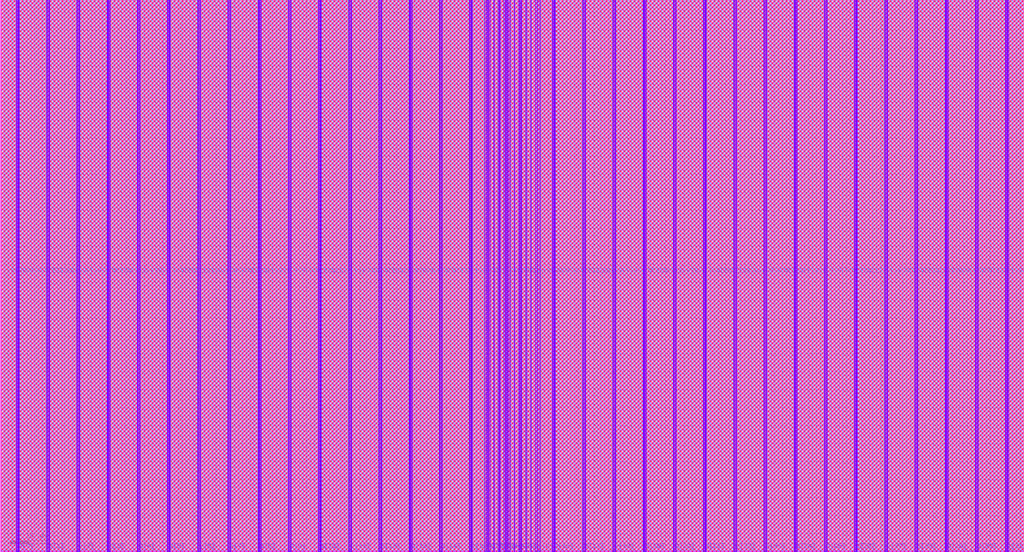
<source format=lef>
/*
     Copyright (c) 2023 SMIC             
     Filename:      S55NLLGSPH_X512Y16D32.lef
     IP code:       S55NLLGSPH
     Version:       1.1.a
     CreateDate:    2023-2-15        
                    
    LEF for General Single-PORT SRAM
    SMIC 55nm LL Logic Process

    Configuration: -instname S55NLLGSPH_X512Y16D32 -rows 512 -bits 32 -mux 16 
    Redundancy: Off
    Bit-Write: Off
*/

# DISCLAIMER                                                                      
#                                                                                   
#   SMIC hereby provides the quality information to you but makes no claims,      
# promises or guarantees about the accuracy, completeness, or adequacy of the     
# information herein. The information contained herein is provided on an "AS IS"  
# basis without any warranty, and SMIC assumes no obligation to provide support   
# of any kind or otherwise maintain the information.                                
#   SMIC disclaims any representation that the information does not infringe any  
# intellectual property rights or proprietary rights of any third parties. SMIC   
# makes no other warranty, whether express, implied or statutory as to any        
# matter whatsoever, including but not limited to the accuracy or sufficiency of  
# any information or the merchantability and fitness for a particular purpose.    
# Neither SMIC nor any of its representatives shall be liable for any cause of    
# action incurred to connect to this service.                                       
#                                                                                 
# STATEMENT OF USE AND CONFIDENTIALITY                                              
#                                                                                   
#   The following/attached material contains confidential and proprietary           
# information of SMIC. This material is based upon information which SMIC           
# considers reliable, but SMIC neither represents nor warrants that such          
# information is accurate or complete, and it must not be relied upon as such.    
# This information was prepared for informational purposes and is for the use     
# by SMIC's customer only. SMIC reserves the right to make changes in the           
# information at any time without notice.                                           
#   No part of this information may be reproduced, transmitted, transcribed,        
# stored in a retrieval system, or translated into any human or computer           
# language, in any form or by any means, electronic, mechanical, magnetic,          
# optical, chemical, manual, or otherwise, without the prior written consent of   
# SMIC. Any unauthorized use or disclosure of this material is strictly             
# prohibited and may be unlawful. By accepting this material, the receiving         
# party shall be deemed to have acknowledged, accepted, and agreed to be bound    
# by the foregoing limitations and restrictions. Thank you.                         
#                                                                                   

VERSION 5.4 ;
NAMESCASESENSITIVE ON ;
BUSBITCHARS "[]" ;
DIVIDERCHAR "/" ;

MACRO S55NLLGSPH_X512Y16D32
 CLASS BLOCK ;
 ORIGIN 0 0 ;
 SYMMETRY X Y R90 ;
 SIZE 569.26 BY 307.045 ;

 PIN A[11]
 DIRECTION INPUT ;
 USE SIGNAL ;
 PORT
 LAYER M3 ;
 RECT 270.025 0 270.225 0.48 ;
 END
 PORT
 LAYER M2 ;
 RECT 270.025 0 270.225 0.48 ;
 END
 PORT
 LAYER M1 ;
 RECT 270.025 0 270.225 0.48 ;
 END
 ANTENNAGATEAREA 0.025 ;
 ANTENNADIFFAREA 0.060 ; 
 END A[11]

 PIN A[12]
 DIRECTION INPUT ;
 USE SIGNAL ;
 PORT
 LAYER M3 ;
 RECT 270.425 0 270.625 0.48 ;
 END
 PORT
 LAYER M2 ;
 RECT 270.425 0 270.625 0.48 ;
 END
 PORT
 LAYER M1 ;
 RECT 270.425 0 270.625 0.48 ;
 END
 ANTENNAGATEAREA 0.025 ;
 ANTENNADIFFAREA 0.060 ; 
 END A[12]

 PIN A[9]
 DIRECTION INPUT ;
 USE SIGNAL ;
 PORT
 LAYER M3 ;
 RECT 270.825 0 271.025 0.48 ;
 END
 PORT
 LAYER M2 ;
 RECT 270.825 0 271.025 0.48 ;
 END
 PORT
 LAYER M1 ;
 RECT 270.825 0 271.025 0.48 ;
 END
 ANTENNAGATEAREA 0.025 ;
 ANTENNADIFFAREA 0.060 ; 
 END A[9]

 PIN A[10]
 DIRECTION INPUT ;
 USE SIGNAL ;
 PORT
 LAYER M3 ;
 RECT 271.225 0 271.425 0.48 ;
 END
 PORT
 LAYER M2 ;
 RECT 271.225 0 271.425 0.48 ;
 END
 PORT
 LAYER M1 ;
 RECT 271.225 0 271.425 0.48 ;
 END
 ANTENNAGATEAREA 0.025 ;
 ANTENNADIFFAREA 0.060 ; 
 END A[10]

 PIN A[3]
 DIRECTION INPUT ;
 USE SIGNAL ;
 PORT
 LAYER M3 ;
 RECT 276.905 0 277.105 0.48 ;
 END
 PORT
 LAYER M2 ;
 RECT 276.905 0 277.105 0.48 ;
 END
 PORT
 LAYER M1 ;
 RECT 276.905 0 277.105 0.48 ;
 END
 ANTENNAGATEAREA 0.025 ;
 ANTENNADIFFAREA 0.060 ; 
 END A[3]

 PIN A[7]
 DIRECTION INPUT ;
 USE SIGNAL ;
 PORT
 LAYER M3 ;
 RECT 277.305 0 277.505 0.48 ;
 END
 PORT
 LAYER M2 ;
 RECT 277.305 0 277.505 0.48 ;
 END
 PORT
 LAYER M1 ;
 RECT 277.305 0 277.505 0.48 ;
 END
 ANTENNAGATEAREA 0.025 ;
 ANTENNADIFFAREA 0.060 ; 
 END A[7]

 PIN A[8]
 DIRECTION INPUT ;
 USE SIGNAL ;
 PORT
 LAYER M3 ;
 RECT 280.205 0 280.405 0.48 ;
 END
 PORT
 LAYER M2 ;
 RECT 280.205 0 280.405 0.48 ;
 END
 PORT
 LAYER M1 ;
 RECT 280.205 0 280.405 0.48 ;
 END
 ANTENNAGATEAREA 0.025 ;
 ANTENNADIFFAREA 0.060 ; 
 END A[8]

 PIN A[4]
 DIRECTION INPUT ;
 USE SIGNAL ;
 PORT
 LAYER M3 ;
 RECT 280.655 0 280.855 0.48 ;
 END
 PORT
 LAYER M2 ;
 RECT 280.655 0 280.855 0.48 ;
 END
 PORT
 LAYER M1 ;
 RECT 280.655 0 280.855 0.48 ;
 END
 ANTENNAGATEAREA 0.025 ;
 ANTENNADIFFAREA 0.060 ; 
 END A[4]

 PIN A[6]
 DIRECTION INPUT ;
 USE SIGNAL ;
 PORT
 LAYER M3 ;
 RECT 281.105 0 281.305 0.48 ;
 END
 PORT
 LAYER M2 ;
 RECT 281.105 0 281.305 0.48 ;
 END
 PORT
 LAYER M1 ;
 RECT 281.105 0 281.305 0.48 ;
 END
 ANTENNAGATEAREA 0.025 ;
 ANTENNADIFFAREA 0.060 ; 
 END A[6]

 PIN CEN
 DIRECTION INPUT ;
 USE SIGNAL ;
 PORT
 LAYER M3 ;
 RECT 281.555 0 281.755 0.48 ;
 END
 PORT
 LAYER M2 ;
 RECT 281.555 0 281.755 0.48 ;
 END
 PORT
 LAYER M1 ;
 RECT 281.555 0 281.755 0.48 ;
 END
 ANTENNAGATEAREA 0.025 ;
 ANTENNADIFFAREA 0.060 ; 
 END CEN

 PIN CLK
 DIRECTION INPUT ;
 USE SIGNAL ;
 PORT
 LAYER M3 ;
 RECT 282.01 0 282.21 0.48 ;
 END
 PORT
 LAYER M2 ;
 RECT 282.01 0 282.21 0.48 ;
 END
 PORT
 LAYER M1 ;
 RECT 282.01 0 282.21 0.48 ;
 END
 ANTENNAGATEAREA 0.025 ;
 ANTENNADIFFAREA 0.060 ; 
 END CLK

 PIN A[5]
 DIRECTION INPUT ;
 USE SIGNAL ;
 PORT
 LAYER M3 ;
 RECT 288.395 0 288.595 0.48 ;
 END
 PORT
 LAYER M2 ;
 RECT 288.395 0 288.595 0.48 ;
 END
 PORT
 LAYER M1 ;
 RECT 288.395 0 288.595 0.48 ;
 END
 ANTENNAGATEAREA 0.025 ;
 ANTENNADIFFAREA 0.060 ; 
 END A[5]

 PIN A[0]
 DIRECTION INPUT ;
 USE SIGNAL ;
 PORT
 LAYER M3 ;
 RECT 288.795 0 288.995 0.48 ;
 END
 PORT
 LAYER M2 ;
 RECT 288.795 0 288.995 0.48 ;
 END
 PORT
 LAYER M1 ;
 RECT 288.795 0 288.995 0.48 ;
 END
 ANTENNAGATEAREA 0.025 ;
 ANTENNADIFFAREA 0.060 ; 
 END A[0]

 PIN A[1]
 DIRECTION INPUT ;
 USE SIGNAL ;
 PORT
 LAYER M3 ;
 RECT 289.195 0 289.395 0.48 ;
 END
 PORT
 LAYER M2 ;
 RECT 289.195 0 289.395 0.48 ;
 END
 PORT
 LAYER M1 ;
 RECT 289.195 0 289.395 0.48 ;
 END
 ANTENNAGATEAREA 0.025 ;
 ANTENNADIFFAREA 0.060 ; 
 END A[1]

 PIN WEN
 DIRECTION INPUT ;
 USE SIGNAL ;
 PORT
 LAYER M3 ;
 RECT 292.18 0 292.38 0.48 ;
 END
 PORT
 LAYER M2 ;
 RECT 292.18 0 292.38 0.48 ;
 END
 PORT
 LAYER M1 ;
 RECT 292.18 0 292.38 0.48 ;
 END
 ANTENNAGATEAREA 0.025 ;
 ANTENNADIFFAREA 0.060 ; 
 END WEN

 PIN A[2]
 DIRECTION INPUT ;
 USE SIGNAL ;
 PORT
 LAYER M3 ;
 RECT 298.195 0 298.395 0.48 ;
 END
 PORT
 LAYER M2 ;
 RECT 298.195 0 298.395 0.48 ;
 END
 PORT
 LAYER M1 ;
 RECT 298.195 0 298.395 0.48 ;
 END
 ANTENNAGATEAREA 0.025 ;
 ANTENNADIFFAREA 0.060 ; 
 END A[2]

 PIN Q[0]
 DIRECTION OUTPUT ;
 USE SIGNAL ;
 PORT
 LAYER M3 ;
 RECT 9.155 0 9.355 0.48 ;
 END
 PORT
 LAYER M2 ;
 RECT 9.155 0 9.355 0.48 ;
 END
 PORT
 LAYER M1 ;
 RECT 9.155 0 9.355 0.48 ;
 END
 ANTENNAGATEAREA 0.025 ;
 ANTENNADIFFAREA 0.060 ; 
 END Q[0]

 PIN D[0]
 DIRECTION INPUT ;
 USE SIGNAL ;
 PORT
 LAYER M3 ;
 RECT 9.755 0 9.955 0.48 ;
 END
 PORT
 LAYER M2 ;
 RECT 9.755 0 9.955 0.48 ;
 END
 PORT
 LAYER M1 ;
 RECT 9.755 0 9.955 0.48 ;
 END
 ANTENNAGATEAREA 0.025 ;
 ANTENNADIFFAREA 0.060 ; 
 END D[0]

 PIN D[1]
 DIRECTION INPUT ;
 USE SIGNAL ;
 PORT
 LAYER M3 ;
 RECT 25.955 0 26.155 0.48 ;
 END
 PORT
 LAYER M2 ;
 RECT 25.955 0 26.155 0.48 ;
 END
 PORT
 LAYER M1 ;
 RECT 25.955 0 26.155 0.48 ;
 END
 ANTENNAGATEAREA 0.025 ;
 ANTENNADIFFAREA 0.060 ; 
 END D[1]

 PIN Q[1]
 DIRECTION OUTPUT ;
 USE SIGNAL ;
 PORT
 LAYER M3 ;
 RECT 26.555 0 26.755 0.48 ;
 END
 PORT
 LAYER M2 ;
 RECT 26.555 0 26.755 0.48 ;
 END
 PORT
 LAYER M1 ;
 RECT 26.555 0 26.755 0.48 ;
 END
 ANTENNAGATEAREA 0.025 ;
 ANTENNADIFFAREA 0.060 ; 
 END Q[1]

 PIN Q[2]
 DIRECTION OUTPUT ;
 USE SIGNAL ;
 PORT
 LAYER M3 ;
 RECT 42.755 0 42.955 0.48 ;
 END
 PORT
 LAYER M2 ;
 RECT 42.755 0 42.955 0.48 ;
 END
 PORT
 LAYER M1 ;
 RECT 42.755 0 42.955 0.48 ;
 END
 ANTENNAGATEAREA 0.025 ;
 ANTENNADIFFAREA 0.060 ; 
 END Q[2]

 PIN D[2]
 DIRECTION INPUT ;
 USE SIGNAL ;
 PORT
 LAYER M3 ;
 RECT 43.355 0 43.555 0.48 ;
 END
 PORT
 LAYER M2 ;
 RECT 43.355 0 43.555 0.48 ;
 END
 PORT
 LAYER M1 ;
 RECT 43.355 0 43.555 0.48 ;
 END
 ANTENNAGATEAREA 0.025 ;
 ANTENNADIFFAREA 0.060 ; 
 END D[2]

 PIN D[3]
 DIRECTION INPUT ;
 USE SIGNAL ;
 PORT
 LAYER M3 ;
 RECT 59.555 0 59.755 0.48 ;
 END
 PORT
 LAYER M2 ;
 RECT 59.555 0 59.755 0.48 ;
 END
 PORT
 LAYER M1 ;
 RECT 59.555 0 59.755 0.48 ;
 END
 ANTENNAGATEAREA 0.025 ;
 ANTENNADIFFAREA 0.060 ; 
 END D[3]

 PIN Q[3]
 DIRECTION OUTPUT ;
 USE SIGNAL ;
 PORT
 LAYER M3 ;
 RECT 60.155 0 60.355 0.48 ;
 END
 PORT
 LAYER M2 ;
 RECT 60.155 0 60.355 0.48 ;
 END
 PORT
 LAYER M1 ;
 RECT 60.155 0 60.355 0.48 ;
 END
 ANTENNAGATEAREA 0.025 ;
 ANTENNADIFFAREA 0.060 ; 
 END Q[3]

 PIN Q[4]
 DIRECTION OUTPUT ;
 USE SIGNAL ;
 PORT
 LAYER M3 ;
 RECT 76.355 0 76.555 0.48 ;
 END
 PORT
 LAYER M2 ;
 RECT 76.355 0 76.555 0.48 ;
 END
 PORT
 LAYER M1 ;
 RECT 76.355 0 76.555 0.48 ;
 END
 ANTENNAGATEAREA 0.025 ;
 ANTENNADIFFAREA 0.060 ; 
 END Q[4]

 PIN D[4]
 DIRECTION INPUT ;
 USE SIGNAL ;
 PORT
 LAYER M3 ;
 RECT 76.955 0 77.155 0.48 ;
 END
 PORT
 LAYER M2 ;
 RECT 76.955 0 77.155 0.48 ;
 END
 PORT
 LAYER M1 ;
 RECT 76.955 0 77.155 0.48 ;
 END
 ANTENNAGATEAREA 0.025 ;
 ANTENNADIFFAREA 0.060 ; 
 END D[4]

 PIN D[5]
 DIRECTION INPUT ;
 USE SIGNAL ;
 PORT
 LAYER M3 ;
 RECT 93.155 0 93.355 0.48 ;
 END
 PORT
 LAYER M2 ;
 RECT 93.155 0 93.355 0.48 ;
 END
 PORT
 LAYER M1 ;
 RECT 93.155 0 93.355 0.48 ;
 END
 ANTENNAGATEAREA 0.025 ;
 ANTENNADIFFAREA 0.060 ; 
 END D[5]

 PIN Q[5]
 DIRECTION OUTPUT ;
 USE SIGNAL ;
 PORT
 LAYER M3 ;
 RECT 93.755 0 93.955 0.48 ;
 END
 PORT
 LAYER M2 ;
 RECT 93.755 0 93.955 0.48 ;
 END
 PORT
 LAYER M1 ;
 RECT 93.755 0 93.955 0.48 ;
 END
 ANTENNAGATEAREA 0.025 ;
 ANTENNADIFFAREA 0.060 ; 
 END Q[5]

 PIN Q[6]
 DIRECTION OUTPUT ;
 USE SIGNAL ;
 PORT
 LAYER M3 ;
 RECT 109.955 0 110.155 0.48 ;
 END
 PORT
 LAYER M2 ;
 RECT 109.955 0 110.155 0.48 ;
 END
 PORT
 LAYER M1 ;
 RECT 109.955 0 110.155 0.48 ;
 END
 ANTENNAGATEAREA 0.025 ;
 ANTENNADIFFAREA 0.060 ; 
 END Q[6]

 PIN D[6]
 DIRECTION INPUT ;
 USE SIGNAL ;
 PORT
 LAYER M3 ;
 RECT 110.555 0 110.755 0.48 ;
 END
 PORT
 LAYER M2 ;
 RECT 110.555 0 110.755 0.48 ;
 END
 PORT
 LAYER M1 ;
 RECT 110.555 0 110.755 0.48 ;
 END
 ANTENNAGATEAREA 0.025 ;
 ANTENNADIFFAREA 0.060 ; 
 END D[6]

 PIN D[7]
 DIRECTION INPUT ;
 USE SIGNAL ;
 PORT
 LAYER M3 ;
 RECT 126.755 0 126.955 0.48 ;
 END
 PORT
 LAYER M2 ;
 RECT 126.755 0 126.955 0.48 ;
 END
 PORT
 LAYER M1 ;
 RECT 126.755 0 126.955 0.48 ;
 END
 ANTENNAGATEAREA 0.025 ;
 ANTENNADIFFAREA 0.060 ; 
 END D[7]

 PIN Q[7]
 DIRECTION OUTPUT ;
 USE SIGNAL ;
 PORT
 LAYER M3 ;
 RECT 127.355 0 127.555 0.48 ;
 END
 PORT
 LAYER M2 ;
 RECT 127.355 0 127.555 0.48 ;
 END
 PORT
 LAYER M1 ;
 RECT 127.355 0 127.555 0.48 ;
 END
 ANTENNAGATEAREA 0.025 ;
 ANTENNADIFFAREA 0.060 ; 
 END Q[7]

 PIN Q[8]
 DIRECTION OUTPUT ;
 USE SIGNAL ;
 PORT
 LAYER M3 ;
 RECT 143.555 0 143.755 0.48 ;
 END
 PORT
 LAYER M2 ;
 RECT 143.555 0 143.755 0.48 ;
 END
 PORT
 LAYER M1 ;
 RECT 143.555 0 143.755 0.48 ;
 END
 ANTENNAGATEAREA 0.025 ;
 ANTENNADIFFAREA 0.060 ; 
 END Q[8]

 PIN D[8]
 DIRECTION INPUT ;
 USE SIGNAL ;
 PORT
 LAYER M3 ;
 RECT 144.155 0 144.355 0.48 ;
 END
 PORT
 LAYER M2 ;
 RECT 144.155 0 144.355 0.48 ;
 END
 PORT
 LAYER M1 ;
 RECT 144.155 0 144.355 0.48 ;
 END
 ANTENNAGATEAREA 0.025 ;
 ANTENNADIFFAREA 0.060 ; 
 END D[8]

 PIN D[9]
 DIRECTION INPUT ;
 USE SIGNAL ;
 PORT
 LAYER M3 ;
 RECT 160.355 0 160.555 0.48 ;
 END
 PORT
 LAYER M2 ;
 RECT 160.355 0 160.555 0.48 ;
 END
 PORT
 LAYER M1 ;
 RECT 160.355 0 160.555 0.48 ;
 END
 ANTENNAGATEAREA 0.025 ;
 ANTENNADIFFAREA 0.060 ; 
 END D[9]

 PIN Q[9]
 DIRECTION OUTPUT ;
 USE SIGNAL ;
 PORT
 LAYER M3 ;
 RECT 160.955 0 161.155 0.48 ;
 END
 PORT
 LAYER M2 ;
 RECT 160.955 0 161.155 0.48 ;
 END
 PORT
 LAYER M1 ;
 RECT 160.955 0 161.155 0.48 ;
 END
 ANTENNAGATEAREA 0.025 ;
 ANTENNADIFFAREA 0.060 ; 
 END Q[9]

 PIN Q[10]
 DIRECTION OUTPUT ;
 USE SIGNAL ;
 PORT
 LAYER M3 ;
 RECT 177.155 0 177.355 0.48 ;
 END
 PORT
 LAYER M2 ;
 RECT 177.155 0 177.355 0.48 ;
 END
 PORT
 LAYER M1 ;
 RECT 177.155 0 177.355 0.48 ;
 END
 ANTENNAGATEAREA 0.025 ;
 ANTENNADIFFAREA 0.060 ; 
 END Q[10]

 PIN D[10]
 DIRECTION INPUT ;
 USE SIGNAL ;
 PORT
 LAYER M3 ;
 RECT 177.755 0 177.955 0.48 ;
 END
 PORT
 LAYER M2 ;
 RECT 177.755 0 177.955 0.48 ;
 END
 PORT
 LAYER M1 ;
 RECT 177.755 0 177.955 0.48 ;
 END
 ANTENNAGATEAREA 0.025 ;
 ANTENNADIFFAREA 0.060 ; 
 END D[10]

 PIN D[11]
 DIRECTION INPUT ;
 USE SIGNAL ;
 PORT
 LAYER M3 ;
 RECT 193.955 0 194.155 0.48 ;
 END
 PORT
 LAYER M2 ;
 RECT 193.955 0 194.155 0.48 ;
 END
 PORT
 LAYER M1 ;
 RECT 193.955 0 194.155 0.48 ;
 END
 ANTENNAGATEAREA 0.025 ;
 ANTENNADIFFAREA 0.060 ; 
 END D[11]

 PIN Q[11]
 DIRECTION OUTPUT ;
 USE SIGNAL ;
 PORT
 LAYER M3 ;
 RECT 194.555 0 194.755 0.48 ;
 END
 PORT
 LAYER M2 ;
 RECT 194.555 0 194.755 0.48 ;
 END
 PORT
 LAYER M1 ;
 RECT 194.555 0 194.755 0.48 ;
 END
 ANTENNAGATEAREA 0.025 ;
 ANTENNADIFFAREA 0.060 ; 
 END Q[11]

 PIN Q[12]
 DIRECTION OUTPUT ;
 USE SIGNAL ;
 PORT
 LAYER M3 ;
 RECT 210.755 0 210.955 0.48 ;
 END
 PORT
 LAYER M2 ;
 RECT 210.755 0 210.955 0.48 ;
 END
 PORT
 LAYER M1 ;
 RECT 210.755 0 210.955 0.48 ;
 END
 ANTENNAGATEAREA 0.025 ;
 ANTENNADIFFAREA 0.060 ; 
 END Q[12]

 PIN D[12]
 DIRECTION INPUT ;
 USE SIGNAL ;
 PORT
 LAYER M3 ;
 RECT 211.355 0 211.555 0.48 ;
 END
 PORT
 LAYER M2 ;
 RECT 211.355 0 211.555 0.48 ;
 END
 PORT
 LAYER M1 ;
 RECT 211.355 0 211.555 0.48 ;
 END
 ANTENNAGATEAREA 0.025 ;
 ANTENNADIFFAREA 0.060 ; 
 END D[12]

 PIN D[13]
 DIRECTION INPUT ;
 USE SIGNAL ;
 PORT
 LAYER M3 ;
 RECT 227.555 0 227.755 0.48 ;
 END
 PORT
 LAYER M2 ;
 RECT 227.555 0 227.755 0.48 ;
 END
 PORT
 LAYER M1 ;
 RECT 227.555 0 227.755 0.48 ;
 END
 ANTENNAGATEAREA 0.025 ;
 ANTENNADIFFAREA 0.060 ; 
 END D[13]

 PIN Q[13]
 DIRECTION OUTPUT ;
 USE SIGNAL ;
 PORT
 LAYER M3 ;
 RECT 228.155 0 228.355 0.48 ;
 END
 PORT
 LAYER M2 ;
 RECT 228.155 0 228.355 0.48 ;
 END
 PORT
 LAYER M1 ;
 RECT 228.155 0 228.355 0.48 ;
 END
 ANTENNAGATEAREA 0.025 ;
 ANTENNADIFFAREA 0.060 ; 
 END Q[13]

 PIN Q[14]
 DIRECTION OUTPUT ;
 USE SIGNAL ;
 PORT
 LAYER M3 ;
 RECT 244.355 0 244.555 0.48 ;
 END
 PORT
 LAYER M2 ;
 RECT 244.355 0 244.555 0.48 ;
 END
 PORT
 LAYER M1 ;
 RECT 244.355 0 244.555 0.48 ;
 END
 ANTENNAGATEAREA 0.025 ;
 ANTENNADIFFAREA 0.060 ; 
 END Q[14]

 PIN D[14]
 DIRECTION INPUT ;
 USE SIGNAL ;
 PORT
 LAYER M3 ;
 RECT 244.955 0 245.155 0.48 ;
 END
 PORT
 LAYER M2 ;
 RECT 244.955 0 245.155 0.48 ;
 END
 PORT
 LAYER M1 ;
 RECT 244.955 0 245.155 0.48 ;
 END
 ANTENNAGATEAREA 0.025 ;
 ANTENNADIFFAREA 0.060 ; 
 END D[14]

 PIN D[15]
 DIRECTION INPUT ;
 USE SIGNAL ;
 PORT
 LAYER M3 ;
 RECT 261.155 0 261.355 0.48 ;
 END
 PORT
 LAYER M2 ;
 RECT 261.155 0 261.355 0.48 ;
 END
 PORT
 LAYER M1 ;
 RECT 261.155 0 261.355 0.48 ;
 END
 ANTENNAGATEAREA 0.025 ;
 ANTENNADIFFAREA 0.060 ; 
 END D[15]

 PIN Q[15]
 DIRECTION OUTPUT ;
 USE SIGNAL ;
 PORT
 LAYER M3 ;
 RECT 261.755 0 261.955 0.48 ;
 END
 PORT
 LAYER M2 ;
 RECT 261.755 0 261.955 0.48 ;
 END
 PORT
 LAYER M1 ;
 RECT 261.755 0 261.955 0.48 ;
 END
 ANTENNAGATEAREA 0.025 ;
 ANTENNADIFFAREA 0.060 ; 
 END Q[15]

 PIN Q[16]
 DIRECTION OUTPUT ;
 USE SIGNAL ;
 PORT
 LAYER M3 ;
 RECT 307.305 0 307.505 0.48 ;
 END
 PORT
 LAYER M2 ;
 RECT 307.305 0 307.505 0.48 ;
 END
 PORT
 LAYER M1 ;
 RECT 307.305 0 307.505 0.48 ;
 END
 ANTENNAGATEAREA 0.025 ;
 ANTENNADIFFAREA 0.060 ; 
 END Q[16]

 PIN D[16]
 DIRECTION INPUT ;
 USE SIGNAL ;
 PORT
 LAYER M3 ;
 RECT 307.905 0 308.105 0.48 ;
 END
 PORT
 LAYER M2 ;
 RECT 307.905 0 308.105 0.48 ;
 END
 PORT
 LAYER M1 ;
 RECT 307.905 0 308.105 0.48 ;
 END
 ANTENNAGATEAREA 0.025 ;
 ANTENNADIFFAREA 0.060 ; 
 END D[16]

 PIN D[17]
 DIRECTION INPUT ;
 USE SIGNAL ;
 PORT
 LAYER M3 ;
 RECT 324.105 0 324.305 0.48 ;
 END
 PORT
 LAYER M2 ;
 RECT 324.105 0 324.305 0.48 ;
 END
 PORT
 LAYER M1 ;
 RECT 324.105 0 324.305 0.48 ;
 END
 ANTENNAGATEAREA 0.025 ;
 ANTENNADIFFAREA 0.060 ; 
 END D[17]

 PIN Q[17]
 DIRECTION OUTPUT ;
 USE SIGNAL ;
 PORT
 LAYER M3 ;
 RECT 324.705 0 324.905 0.48 ;
 END
 PORT
 LAYER M2 ;
 RECT 324.705 0 324.905 0.48 ;
 END
 PORT
 LAYER M1 ;
 RECT 324.705 0 324.905 0.48 ;
 END
 ANTENNAGATEAREA 0.025 ;
 ANTENNADIFFAREA 0.060 ; 
 END Q[17]

 PIN Q[18]
 DIRECTION OUTPUT ;
 USE SIGNAL ;
 PORT
 LAYER M3 ;
 RECT 340.905 0 341.105 0.48 ;
 END
 PORT
 LAYER M2 ;
 RECT 340.905 0 341.105 0.48 ;
 END
 PORT
 LAYER M1 ;
 RECT 340.905 0 341.105 0.48 ;
 END
 ANTENNAGATEAREA 0.025 ;
 ANTENNADIFFAREA 0.060 ; 
 END Q[18]

 PIN D[18]
 DIRECTION INPUT ;
 USE SIGNAL ;
 PORT
 LAYER M3 ;
 RECT 341.505 0 341.705 0.48 ;
 END
 PORT
 LAYER M2 ;
 RECT 341.505 0 341.705 0.48 ;
 END
 PORT
 LAYER M1 ;
 RECT 341.505 0 341.705 0.48 ;
 END
 ANTENNAGATEAREA 0.025 ;
 ANTENNADIFFAREA 0.060 ; 
 END D[18]

 PIN D[19]
 DIRECTION INPUT ;
 USE SIGNAL ;
 PORT
 LAYER M3 ;
 RECT 357.705 0 357.905 0.48 ;
 END
 PORT
 LAYER M2 ;
 RECT 357.705 0 357.905 0.48 ;
 END
 PORT
 LAYER M1 ;
 RECT 357.705 0 357.905 0.48 ;
 END
 ANTENNAGATEAREA 0.025 ;
 ANTENNADIFFAREA 0.060 ; 
 END D[19]

 PIN Q[19]
 DIRECTION OUTPUT ;
 USE SIGNAL ;
 PORT
 LAYER M3 ;
 RECT 358.305 0 358.505 0.48 ;
 END
 PORT
 LAYER M2 ;
 RECT 358.305 0 358.505 0.48 ;
 END
 PORT
 LAYER M1 ;
 RECT 358.305 0 358.505 0.48 ;
 END
 ANTENNAGATEAREA 0.025 ;
 ANTENNADIFFAREA 0.060 ; 
 END Q[19]

 PIN Q[20]
 DIRECTION OUTPUT ;
 USE SIGNAL ;
 PORT
 LAYER M3 ;
 RECT 374.505 0 374.705 0.48 ;
 END
 PORT
 LAYER M2 ;
 RECT 374.505 0 374.705 0.48 ;
 END
 PORT
 LAYER M1 ;
 RECT 374.505 0 374.705 0.48 ;
 END
 ANTENNAGATEAREA 0.025 ;
 ANTENNADIFFAREA 0.060 ; 
 END Q[20]

 PIN D[20]
 DIRECTION INPUT ;
 USE SIGNAL ;
 PORT
 LAYER M3 ;
 RECT 375.105 0 375.305 0.48 ;
 END
 PORT
 LAYER M2 ;
 RECT 375.105 0 375.305 0.48 ;
 END
 PORT
 LAYER M1 ;
 RECT 375.105 0 375.305 0.48 ;
 END
 ANTENNAGATEAREA 0.025 ;
 ANTENNADIFFAREA 0.060 ; 
 END D[20]

 PIN D[21]
 DIRECTION INPUT ;
 USE SIGNAL ;
 PORT
 LAYER M3 ;
 RECT 391.305 0 391.505 0.48 ;
 END
 PORT
 LAYER M2 ;
 RECT 391.305 0 391.505 0.48 ;
 END
 PORT
 LAYER M1 ;
 RECT 391.305 0 391.505 0.48 ;
 END
 ANTENNAGATEAREA 0.025 ;
 ANTENNADIFFAREA 0.060 ; 
 END D[21]

 PIN Q[21]
 DIRECTION OUTPUT ;
 USE SIGNAL ;
 PORT
 LAYER M3 ;
 RECT 391.905 0 392.105 0.48 ;
 END
 PORT
 LAYER M2 ;
 RECT 391.905 0 392.105 0.48 ;
 END
 PORT
 LAYER M1 ;
 RECT 391.905 0 392.105 0.48 ;
 END
 ANTENNAGATEAREA 0.025 ;
 ANTENNADIFFAREA 0.060 ; 
 END Q[21]

 PIN Q[22]
 DIRECTION OUTPUT ;
 USE SIGNAL ;
 PORT
 LAYER M3 ;
 RECT 408.105 0 408.305 0.48 ;
 END
 PORT
 LAYER M2 ;
 RECT 408.105 0 408.305 0.48 ;
 END
 PORT
 LAYER M1 ;
 RECT 408.105 0 408.305 0.48 ;
 END
 ANTENNAGATEAREA 0.025 ;
 ANTENNADIFFAREA 0.060 ; 
 END Q[22]

 PIN D[22]
 DIRECTION INPUT ;
 USE SIGNAL ;
 PORT
 LAYER M3 ;
 RECT 408.705 0 408.905 0.48 ;
 END
 PORT
 LAYER M2 ;
 RECT 408.705 0 408.905 0.48 ;
 END
 PORT
 LAYER M1 ;
 RECT 408.705 0 408.905 0.48 ;
 END
 ANTENNAGATEAREA 0.025 ;
 ANTENNADIFFAREA 0.060 ; 
 END D[22]

 PIN D[23]
 DIRECTION INPUT ;
 USE SIGNAL ;
 PORT
 LAYER M3 ;
 RECT 424.905 0 425.105 0.48 ;
 END
 PORT
 LAYER M2 ;
 RECT 424.905 0 425.105 0.48 ;
 END
 PORT
 LAYER M1 ;
 RECT 424.905 0 425.105 0.48 ;
 END
 ANTENNAGATEAREA 0.025 ;
 ANTENNADIFFAREA 0.060 ; 
 END D[23]

 PIN Q[23]
 DIRECTION OUTPUT ;
 USE SIGNAL ;
 PORT
 LAYER M3 ;
 RECT 425.505 0 425.705 0.48 ;
 END
 PORT
 LAYER M2 ;
 RECT 425.505 0 425.705 0.48 ;
 END
 PORT
 LAYER M1 ;
 RECT 425.505 0 425.705 0.48 ;
 END
 ANTENNAGATEAREA 0.025 ;
 ANTENNADIFFAREA 0.060 ; 
 END Q[23]

 PIN Q[24]
 DIRECTION OUTPUT ;
 USE SIGNAL ;
 PORT
 LAYER M3 ;
 RECT 441.705 0 441.905 0.48 ;
 END
 PORT
 LAYER M2 ;
 RECT 441.705 0 441.905 0.48 ;
 END
 PORT
 LAYER M1 ;
 RECT 441.705 0 441.905 0.48 ;
 END
 ANTENNAGATEAREA 0.025 ;
 ANTENNADIFFAREA 0.060 ; 
 END Q[24]

 PIN D[24]
 DIRECTION INPUT ;
 USE SIGNAL ;
 PORT
 LAYER M3 ;
 RECT 442.305 0 442.505 0.48 ;
 END
 PORT
 LAYER M2 ;
 RECT 442.305 0 442.505 0.48 ;
 END
 PORT
 LAYER M1 ;
 RECT 442.305 0 442.505 0.48 ;
 END
 ANTENNAGATEAREA 0.025 ;
 ANTENNADIFFAREA 0.060 ; 
 END D[24]

 PIN D[25]
 DIRECTION INPUT ;
 USE SIGNAL ;
 PORT
 LAYER M3 ;
 RECT 458.505 0 458.705 0.48 ;
 END
 PORT
 LAYER M2 ;
 RECT 458.505 0 458.705 0.48 ;
 END
 PORT
 LAYER M1 ;
 RECT 458.505 0 458.705 0.48 ;
 END
 ANTENNAGATEAREA 0.025 ;
 ANTENNADIFFAREA 0.060 ; 
 END D[25]

 PIN Q[25]
 DIRECTION OUTPUT ;
 USE SIGNAL ;
 PORT
 LAYER M3 ;
 RECT 459.105 0 459.305 0.48 ;
 END
 PORT
 LAYER M2 ;
 RECT 459.105 0 459.305 0.48 ;
 END
 PORT
 LAYER M1 ;
 RECT 459.105 0 459.305 0.48 ;
 END
 ANTENNAGATEAREA 0.025 ;
 ANTENNADIFFAREA 0.060 ; 
 END Q[25]

 PIN Q[26]
 DIRECTION OUTPUT ;
 USE SIGNAL ;
 PORT
 LAYER M3 ;
 RECT 475.305 0 475.505 0.48 ;
 END
 PORT
 LAYER M2 ;
 RECT 475.305 0 475.505 0.48 ;
 END
 PORT
 LAYER M1 ;
 RECT 475.305 0 475.505 0.48 ;
 END
 ANTENNAGATEAREA 0.025 ;
 ANTENNADIFFAREA 0.060 ; 
 END Q[26]

 PIN D[26]
 DIRECTION INPUT ;
 USE SIGNAL ;
 PORT
 LAYER M3 ;
 RECT 475.905 0 476.105 0.48 ;
 END
 PORT
 LAYER M2 ;
 RECT 475.905 0 476.105 0.48 ;
 END
 PORT
 LAYER M1 ;
 RECT 475.905 0 476.105 0.48 ;
 END
 ANTENNAGATEAREA 0.025 ;
 ANTENNADIFFAREA 0.060 ; 
 END D[26]

 PIN D[27]
 DIRECTION INPUT ;
 USE SIGNAL ;
 PORT
 LAYER M3 ;
 RECT 492.105 0 492.305 0.48 ;
 END
 PORT
 LAYER M2 ;
 RECT 492.105 0 492.305 0.48 ;
 END
 PORT
 LAYER M1 ;
 RECT 492.105 0 492.305 0.48 ;
 END
 ANTENNAGATEAREA 0.025 ;
 ANTENNADIFFAREA 0.060 ; 
 END D[27]

 PIN Q[27]
 DIRECTION OUTPUT ;
 USE SIGNAL ;
 PORT
 LAYER M3 ;
 RECT 492.705 0 492.905 0.48 ;
 END
 PORT
 LAYER M2 ;
 RECT 492.705 0 492.905 0.48 ;
 END
 PORT
 LAYER M1 ;
 RECT 492.705 0 492.905 0.48 ;
 END
 ANTENNAGATEAREA 0.025 ;
 ANTENNADIFFAREA 0.060 ; 
 END Q[27]

 PIN Q[28]
 DIRECTION OUTPUT ;
 USE SIGNAL ;
 PORT
 LAYER M3 ;
 RECT 508.905 0 509.105 0.48 ;
 END
 PORT
 LAYER M2 ;
 RECT 508.905 0 509.105 0.48 ;
 END
 PORT
 LAYER M1 ;
 RECT 508.905 0 509.105 0.48 ;
 END
 ANTENNAGATEAREA 0.025 ;
 ANTENNADIFFAREA 0.060 ; 
 END Q[28]

 PIN D[28]
 DIRECTION INPUT ;
 USE SIGNAL ;
 PORT
 LAYER M3 ;
 RECT 509.505 0 509.705 0.48 ;
 END
 PORT
 LAYER M2 ;
 RECT 509.505 0 509.705 0.48 ;
 END
 PORT
 LAYER M1 ;
 RECT 509.505 0 509.705 0.48 ;
 END
 ANTENNAGATEAREA 0.025 ;
 ANTENNADIFFAREA 0.060 ; 
 END D[28]

 PIN D[29]
 DIRECTION INPUT ;
 USE SIGNAL ;
 PORT
 LAYER M3 ;
 RECT 525.705 0 525.905 0.48 ;
 END
 PORT
 LAYER M2 ;
 RECT 525.705 0 525.905 0.48 ;
 END
 PORT
 LAYER M1 ;
 RECT 525.705 0 525.905 0.48 ;
 END
 ANTENNAGATEAREA 0.025 ;
 ANTENNADIFFAREA 0.060 ; 
 END D[29]

 PIN Q[29]
 DIRECTION OUTPUT ;
 USE SIGNAL ;
 PORT
 LAYER M3 ;
 RECT 526.305 0 526.505 0.48 ;
 END
 PORT
 LAYER M2 ;
 RECT 526.305 0 526.505 0.48 ;
 END
 PORT
 LAYER M1 ;
 RECT 526.305 0 526.505 0.48 ;
 END
 ANTENNAGATEAREA 0.025 ;
 ANTENNADIFFAREA 0.060 ; 
 END Q[29]

 PIN Q[30]
 DIRECTION OUTPUT ;
 USE SIGNAL ;
 PORT
 LAYER M3 ;
 RECT 542.505 0 542.705 0.48 ;
 END
 PORT
 LAYER M2 ;
 RECT 542.505 0 542.705 0.48 ;
 END
 PORT
 LAYER M1 ;
 RECT 542.505 0 542.705 0.48 ;
 END
 ANTENNAGATEAREA 0.025 ;
 ANTENNADIFFAREA 0.060 ; 
 END Q[30]

 PIN D[30]
 DIRECTION INPUT ;
 USE SIGNAL ;
 PORT
 LAYER M3 ;
 RECT 543.105 0 543.305 0.48 ;
 END
 PORT
 LAYER M2 ;
 RECT 543.105 0 543.305 0.48 ;
 END
 PORT
 LAYER M1 ;
 RECT 543.105 0 543.305 0.48 ;
 END
 ANTENNAGATEAREA 0.025 ;
 ANTENNADIFFAREA 0.060 ; 
 END D[30]

 PIN D[31]
 DIRECTION INPUT ;
 USE SIGNAL ;
 PORT
 LAYER M3 ;
 RECT 559.305 0 559.505 0.48 ;
 END
 PORT
 LAYER M2 ;
 RECT 559.305 0 559.505 0.48 ;
 END
 PORT
 LAYER M1 ;
 RECT 559.305 0 559.505 0.48 ;
 END
 ANTENNAGATEAREA 0.025 ;
 ANTENNADIFFAREA 0.060 ; 
 END D[31]

 PIN Q[31]
 DIRECTION OUTPUT ;
 USE SIGNAL ;
 PORT
 LAYER M3 ;
 RECT 559.905 0 560.105 0.48 ;
 END
 PORT
 LAYER M2 ;
 RECT 559.905 0 560.105 0.48 ;
 END
 PORT
 LAYER M1 ;
 RECT 559.905 0 560.105 0.48 ;
 END
 ANTENNAGATEAREA 0.025 ;
 ANTENNADIFFAREA 0.060 ; 
 END Q[31]


 PIN VDD
 USE POWER ;
 PORT
 LAYER M4 ;
 RECT 2.105 0 4.305 307.045 ;    
 END 
 PORT
 LAYER M4 ;
 RECT 10.505 0 12.705 307.045 ;    
 END 
 PORT
 LAYER M4 ;
 RECT 23.205 0 25.405 307.045 ;    
 END 
 PORT
 LAYER M4 ;
 RECT 31.605 0 33.805 307.045 ;    
 END 
 PORT
 LAYER M4 ;
 RECT 35.705 0 37.905 307.045 ;    
 END 
 PORT
 LAYER M4 ;
 RECT 44.105 0 46.305 307.045 ;    
 END 
 PORT
 LAYER M4 ;
 RECT 56.805 0 59.005 307.045 ;    
 END 
 PORT
 LAYER M4 ;
 RECT 65.205 0 67.405 307.045 ;    
 END 
 PORT
 LAYER M4 ;
 RECT 69.305 0 71.505 307.045 ;    
 END 
 PORT
 LAYER M4 ;
 RECT 77.705 0 79.905 307.045 ;    
 END 
 PORT
 LAYER M4 ;
 RECT 90.405 0 92.605 307.045 ;    
 END 
 PORT
 LAYER M4 ;
 RECT 98.805 0 101.005 307.045 ;    
 END 
 PORT
 LAYER M4 ;
 RECT 102.905 0 105.105 307.045 ;    
 END 
 PORT
 LAYER M4 ;
 RECT 111.305 0 113.505 307.045 ;    
 END 
 PORT
 LAYER M4 ;
 RECT 124.005 0 126.205 307.045 ;    
 END 
 PORT
 LAYER M4 ;
 RECT 132.405 0 134.605 307.045 ;    
 END 
 PORT
 LAYER M4 ;
 RECT 136.505 0 138.705 307.045 ;    
 END 
 PORT
 LAYER M4 ;
 RECT 144.905 0 147.105 307.045 ;    
 END 
 PORT
 LAYER M4 ;
 RECT 157.605 0 159.805 307.045 ;    
 END 
 PORT
 LAYER M4 ;
 RECT 166.005 0 168.205 307.045 ;    
 END 
 PORT
 LAYER M4 ;
 RECT 170.105 0 172.305 307.045 ;    
 END 
 PORT
 LAYER M4 ;
 RECT 178.505 0 180.705 307.045 ;    
 END 
 PORT
 LAYER M4 ;
 RECT 191.205 0 193.405 307.045 ;    
 END 
 PORT
 LAYER M4 ;
 RECT 199.605 0 201.805 307.045 ;    
 END 
 PORT
 LAYER M4 ;
 RECT 203.705 0 205.905 307.045 ;    
 END 
 PORT
 LAYER M4 ;
 RECT 212.105 0 214.305 307.045 ;    
 END 
 PORT
 LAYER M4 ;
 RECT 224.805 0 227.005 307.045 ;    
 END 
 PORT
 LAYER M4 ;
 RECT 233.205 0 235.405 307.045 ;    
 END 
 PORT
 LAYER M4 ;
 RECT 237.305 0 239.505 307.045 ;    
 END 
 PORT
 LAYER M4 ;
 RECT 245.705 0 247.905 307.045 ;    
 END 
 PORT
 LAYER M4 ;
 RECT 258.405 0 260.605 307.045 ;    
 END 
 PORT
 LAYER M4 ;
 RECT 266.805 0 269.005 307.045 ;    
 END 
 PORT
 LAYER M4 ;
 RECT 272.305 0 274.205 307.045 ;    
 END 
 PORT
 LAYER M4 ;
 RECT 277.905 0 279.805 307.045 ;    
 END 
 PORT
 LAYER M4 ;
 RECT 285.995 0 287.995 307.045 ;    
 END 
 PORT
 LAYER M4 ;
 RECT 289.795 0 291.795 307.045 ;    
 END 
 PORT
 LAYER M4 ;
 RECT 295.18 0 297.18 307.045 ;    
 END 
 PORT
 LAYER M4 ;
 RECT 300.255 0 302.455 307.045 ;    
 END 
 PORT
 LAYER M4 ;
 RECT 308.655 0 310.855 307.045 ;    
 END 
 PORT
 LAYER M4 ;
 RECT 321.355 0 323.555 307.045 ;    
 END 
 PORT
 LAYER M4 ;
 RECT 329.755 0 331.955 307.045 ;    
 END 
 PORT
 LAYER M4 ;
 RECT 333.855 0 336.055 307.045 ;    
 END 
 PORT
 LAYER M4 ;
 RECT 342.255 0 344.455 307.045 ;    
 END 
 PORT
 LAYER M4 ;
 RECT 354.955 0 357.155 307.045 ;    
 END 
 PORT
 LAYER M4 ;
 RECT 363.355 0 365.555 307.045 ;    
 END 
 PORT
 LAYER M4 ;
 RECT 367.455 0 369.655 307.045 ;    
 END 
 PORT
 LAYER M4 ;
 RECT 375.855 0 378.055 307.045 ;    
 END 
 PORT
 LAYER M4 ;
 RECT 388.555 0 390.755 307.045 ;    
 END 
 PORT
 LAYER M4 ;
 RECT 396.955 0 399.155 307.045 ;    
 END 
 PORT
 LAYER M4 ;
 RECT 401.055 0 403.255 307.045 ;    
 END 
 PORT
 LAYER M4 ;
 RECT 409.455 0 411.655 307.045 ;    
 END 
 PORT
 LAYER M4 ;
 RECT 422.155 0 424.355 307.045 ;    
 END 
 PORT
 LAYER M4 ;
 RECT 430.555 0 432.755 307.045 ;    
 END 
 PORT
 LAYER M4 ;
 RECT 434.655 0 436.855 307.045 ;    
 END 
 PORT
 LAYER M4 ;
 RECT 443.055 0 445.255 307.045 ;    
 END 
 PORT
 LAYER M4 ;
 RECT 455.755 0 457.955 307.045 ;    
 END 
 PORT
 LAYER M4 ;
 RECT 464.155 0 466.355 307.045 ;    
 END 
 PORT
 LAYER M4 ;
 RECT 468.255 0 470.455 307.045 ;    
 END 
 PORT
 LAYER M4 ;
 RECT 476.655 0 478.855 307.045 ;    
 END 
 PORT
 LAYER M4 ;
 RECT 489.355 0 491.555 307.045 ;    
 END 
 PORT
 LAYER M4 ;
 RECT 497.755 0 499.955 307.045 ;    
 END 
 PORT
 LAYER M4 ;
 RECT 501.855 0 504.055 307.045 ;    
 END 
 PORT
 LAYER M4 ;
 RECT 510.255 0 512.455 307.045 ;    
 END 
 PORT
 LAYER M4 ;
 RECT 522.955 0 525.155 307.045 ;    
 END 
 PORT
 LAYER M4 ;
 RECT 531.355 0 533.555 307.045 ;    
 END 
 PORT
 LAYER M4 ;
 RECT 535.455 0 537.655 307.045 ;    
 END 
 PORT
 LAYER M4 ;
 RECT 543.855 0 546.055 307.045 ;    
 END 
 PORT
 LAYER M4 ;
 RECT 556.555 0 558.755 307.045 ;    
 END 
 PORT
 LAYER M4 ;
 RECT 564.955 0 567.155 307.045 ;    
 END 
 END VDD

 PIN VSS
 USE GROUND ;
 PORT
 LAYER M4 ;
 RECT 6.405 0 8.605 307.045 ;      
 END
 PORT
 LAYER M4 ;
 RECT 14.805 0 17.005 307.045 ;      
 END
 PORT
 LAYER M4 ;
 RECT 18.905 0 21.105 307.045 ;      
 END
 PORT
 LAYER M4 ;
 RECT 27.305 0 29.505 307.045 ;      
 END
 PORT
 LAYER M4 ;
 RECT 40.005 0 42.205 307.045 ;      
 END
 PORT
 LAYER M4 ;
 RECT 48.405 0 50.605 307.045 ;      
 END
 PORT
 LAYER M4 ;
 RECT 52.505 0 54.705 307.045 ;      
 END
 PORT
 LAYER M4 ;
 RECT 60.905 0 63.105 307.045 ;      
 END
 PORT
 LAYER M4 ;
 RECT 73.605 0 75.805 307.045 ;      
 END
 PORT
 LAYER M4 ;
 RECT 82.005 0 84.205 307.045 ;      
 END
 PORT
 LAYER M4 ;
 RECT 86.105 0 88.305 307.045 ;      
 END
 PORT
 LAYER M4 ;
 RECT 94.505 0 96.705 307.045 ;      
 END
 PORT
 LAYER M4 ;
 RECT 107.205 0 109.405 307.045 ;      
 END
 PORT
 LAYER M4 ;
 RECT 115.605 0 117.805 307.045 ;      
 END
 PORT
 LAYER M4 ;
 RECT 119.705 0 121.905 307.045 ;      
 END
 PORT
 LAYER M4 ;
 RECT 128.105 0 130.305 307.045 ;      
 END
 PORT
 LAYER M4 ;
 RECT 140.805 0 143.005 307.045 ;      
 END
 PORT
 LAYER M4 ;
 RECT 149.205 0 151.405 307.045 ;      
 END
 PORT
 LAYER M4 ;
 RECT 153.305 0 155.505 307.045 ;      
 END
 PORT
 LAYER M4 ;
 RECT 161.705 0 163.905 307.045 ;      
 END
 PORT
 LAYER M4 ;
 RECT 174.405 0 176.605 307.045 ;      
 END
 PORT
 LAYER M4 ;
 RECT 182.805 0 185.005 307.045 ;      
 END
 PORT
 LAYER M4 ;
 RECT 186.905 0 189.105 307.045 ;      
 END
 PORT
 LAYER M4 ;
 RECT 195.305 0 197.505 307.045 ;      
 END
 PORT
 LAYER M4 ;
 RECT 208.005 0 210.205 307.045 ;      
 END
 PORT
 LAYER M4 ;
 RECT 216.405 0 218.605 307.045 ;      
 END
 PORT
 LAYER M4 ;
 RECT 220.505 0 222.705 307.045 ;      
 END
 PORT
 LAYER M4 ;
 RECT 228.905 0 231.105 307.045 ;      
 END
 PORT
 LAYER M4 ;
 RECT 241.605 0 243.805 307.045 ;      
 END
 PORT
 LAYER M4 ;
 RECT 250.005 0 252.205 307.045 ;      
 END
 PORT
 LAYER M4 ;
 RECT 254.105 0 256.305 307.045 ;      
 END
 PORT
 LAYER M4 ;
 RECT 262.505 0 264.705 307.045 ;      
 END
 PORT
 LAYER M4 ;
 RECT 274.605 0 276.505 307.045 ;      
 END
 PORT
 LAYER M4 ;
 RECT 283.595 0 285.595 307.045 ;      
 END
 PORT
 LAYER M4 ;
 RECT 292.78 0 294.78 307.045 ;      
 END
 PORT
 LAYER M4 ;
 RECT 304.555 0 306.755 307.045 ;      
 END
 PORT
 LAYER M4 ;
 RECT 312.955 0 315.155 307.045 ;      
 END
 PORT
 LAYER M4 ;
 RECT 317.055 0 319.255 307.045 ;      
 END
 PORT
 LAYER M4 ;
 RECT 325.455 0 327.655 307.045 ;      
 END
 PORT
 LAYER M4 ;
 RECT 338.155 0 340.355 307.045 ;      
 END
 PORT
 LAYER M4 ;
 RECT 346.555 0 348.755 307.045 ;      
 END
 PORT
 LAYER M4 ;
 RECT 350.655 0 352.855 307.045 ;      
 END
 PORT
 LAYER M4 ;
 RECT 359.055 0 361.255 307.045 ;      
 END
 PORT
 LAYER M4 ;
 RECT 371.755 0 373.955 307.045 ;      
 END
 PORT
 LAYER M4 ;
 RECT 380.155 0 382.355 307.045 ;      
 END
 PORT
 LAYER M4 ;
 RECT 384.255 0 386.455 307.045 ;      
 END
 PORT
 LAYER M4 ;
 RECT 392.655 0 394.855 307.045 ;      
 END
 PORT
 LAYER M4 ;
 RECT 405.355 0 407.555 307.045 ;      
 END
 PORT
 LAYER M4 ;
 RECT 413.755 0 415.955 307.045 ;      
 END
 PORT
 LAYER M4 ;
 RECT 417.855 0 420.055 307.045 ;      
 END
 PORT
 LAYER M4 ;
 RECT 426.255 0 428.455 307.045 ;      
 END
 PORT
 LAYER M4 ;
 RECT 438.955 0 441.155 307.045 ;      
 END
 PORT
 LAYER M4 ;
 RECT 447.355 0 449.555 307.045 ;      
 END
 PORT
 LAYER M4 ;
 RECT 451.455 0 453.655 307.045 ;      
 END
 PORT
 LAYER M4 ;
 RECT 459.855 0 462.055 307.045 ;      
 END
 PORT
 LAYER M4 ;
 RECT 472.555 0 474.755 307.045 ;      
 END
 PORT
 LAYER M4 ;
 RECT 480.955 0 483.155 307.045 ;      
 END
 PORT
 LAYER M4 ;
 RECT 485.055 0 487.255 307.045 ;      
 END
 PORT
 LAYER M4 ;
 RECT 493.455 0 495.655 307.045 ;      
 END
 PORT
 LAYER M4 ;
 RECT 506.155 0 508.355 307.045 ;      
 END
 PORT
 LAYER M4 ;
 RECT 514.555 0 516.755 307.045 ;      
 END
 PORT
 LAYER M4 ;
 RECT 518.655 0 520.855 307.045 ;      
 END
 PORT
 LAYER M4 ;
 RECT 527.055 0 529.255 307.045 ;      
 END
 PORT
 LAYER M4 ;
 RECT 539.755 0 541.955 307.045 ;      
 END
 PORT
 LAYER M4 ;
 RECT 548.155 0 550.355 307.045 ;      
 END
 PORT
 LAYER M4 ;
 RECT 552.255 0 554.455 307.045 ;      
 END
 PORT
 LAYER M4 ;
 RECT 560.655 0 562.855 307.045 ;      
 END
 END VSS

 OBS
 LAYER M1 ;
 RECT 0 0 9.065 0.57 ;
 RECT 9.445 0 9.665 0.57 ;
 RECT 10.045 0 25.865 0.57 ;
 RECT 26.245 0 26.465 0.57 ;
 RECT 26.845 0 42.665 0.57 ;
 RECT 43.045 0 43.265 0.57 ;
 RECT 43.645 0 59.465 0.57 ;
 RECT 59.845 0 60.065 0.57 ;
 RECT 60.445 0 76.265 0.57 ;
 RECT 76.645 0 76.865 0.57 ;
 RECT 77.245 0 93.065 0.57 ;
 RECT 93.445 0 93.665 0.57 ;
 RECT 94.045 0 109.865 0.57 ;
 RECT 110.245 0 110.465 0.57 ;
 RECT 110.845 0 126.665 0.57 ;
 RECT 127.045 0 127.265 0.57 ;
 RECT 127.645 0 143.465 0.57 ;
 RECT 143.845 0 144.065 0.57 ;
 RECT 144.445 0 160.265 0.57 ;
 RECT 160.645 0 160.865 0.57 ;
 RECT 161.245 0 177.065 0.57 ;
 RECT 177.445 0 177.665 0.57 ;
 RECT 178.045 0 193.865 0.57 ;
 RECT 194.245 0 194.465 0.57 ;
 RECT 194.845 0 210.665 0.57 ;
 RECT 211.045 0 211.265 0.57 ;
 RECT 211.645 0 227.465 0.57 ;
 RECT 227.845 0 228.065 0.57 ;
 RECT 228.445 0 244.265 0.57 ;
 RECT 244.645 0 244.865 0.57 ;
 RECT 245.245 0 261.065 0.57 ;
 RECT 261.445 0 261.665 0.57 ;
 RECT 262.045 0 269.935 0.57 ;
 RECT 271.515 0 276.815 0.57 ;
 RECT 277.595 0 280.115 0.57 ;
 RECT 282.3 0 288.305 0.57 ;
 RECT 289.485 0 292.09 0.57 ;
 RECT 292.47 0 298.105 0.57 ;
 RECT 298.485 0 307.215 0.57 ;
 RECT 307.595 0 307.815 0.57 ;
 RECT 308.195 0 324.015 0.57 ;
 RECT 324.395 0 324.615 0.57 ;
 RECT 324.995 0 340.815 0.57 ;
 RECT 341.195 0 341.415 0.57 ;
 RECT 341.795 0 357.615 0.57 ;
 RECT 357.995 0 358.215 0.57 ;
 RECT 358.595 0 374.415 0.57 ;
 RECT 374.795 0 375.015 0.57 ;
 RECT 375.395 0 391.215 0.57 ;
 RECT 391.595 0 391.815 0.57 ;
 RECT 392.195 0 408.015 0.57 ;
 RECT 408.395 0 408.615 0.57 ;
 RECT 408.995 0 424.815 0.57 ;
 RECT 425.195 0 425.415 0.57 ;
 RECT 425.795 0 441.615 0.57 ;
 RECT 441.995 0 442.215 0.57 ;
 RECT 442.595 0 458.415 0.57 ;
 RECT 458.795 0 459.015 0.57 ;
 RECT 459.395 0 475.215 0.57 ;
 RECT 475.595 0 475.815 0.57 ;
 RECT 476.195 0 492.015 0.57 ;
 RECT 492.395 0 492.615 0.57 ;
 RECT 492.995 0 508.815 0.57 ;
 RECT 509.195 0 509.415 0.57 ;
 RECT 509.795 0 525.615 0.57 ;
 RECT 525.995 0 526.215 0.57 ;
 RECT 526.595 0 542.415 0.57 ;
 RECT 542.795 0 543.015 0.57 ;
 RECT 543.395 0 559.215 0.57 ;
 RECT 559.595 0 559.815 0.57 ;
 RECT 560.195 0 569.26 0.57 ;
 RECT 0 0.57 569.26 307.045 ;
 LAYER M2 ;
 RECT 0 0 9.055 0.58 ;
 RECT 9.455 0 9.655 0.58 ;
 RECT 10.055 0 25.855 0.58 ;
 RECT 26.255 0 26.455 0.58 ;
 RECT 26.855 0 42.655 0.58 ;
 RECT 43.055 0 43.255 0.58 ;
 RECT 43.655 0 59.455 0.58 ;
 RECT 59.855 0 60.055 0.58 ;
 RECT 60.455 0 76.255 0.58 ;
 RECT 76.655 0 76.855 0.58 ;
 RECT 77.255 0 93.055 0.58 ;
 RECT 93.455 0 93.655 0.58 ;
 RECT 94.055 0 109.855 0.58 ;
 RECT 110.255 0 110.455 0.58 ;
 RECT 110.855 0 126.655 0.58 ;
 RECT 127.055 0 127.255 0.58 ;
 RECT 127.655 0 143.455 0.58 ;
 RECT 143.855 0 144.055 0.58 ;
 RECT 144.455 0 160.255 0.58 ;
 RECT 160.655 0 160.855 0.58 ;
 RECT 161.255 0 177.055 0.58 ;
 RECT 177.455 0 177.655 0.58 ;
 RECT 178.055 0 193.855 0.58 ;
 RECT 194.255 0 194.455 0.58 ;
 RECT 194.855 0 210.655 0.58 ;
 RECT 211.055 0 211.255 0.58 ;
 RECT 211.655 0 227.455 0.58 ;
 RECT 227.855 0 228.055 0.58 ;
 RECT 228.455 0 244.255 0.58 ;
 RECT 244.655 0 244.855 0.58 ;
 RECT 245.255 0 261.055 0.58 ;
 RECT 261.455 0 261.655 0.58 ;
 RECT 262.055 0 269.925 0.58 ;
 RECT 271.525 0 276.805 0.58 ;
 RECT 277.605 0 280.105 0.58 ;
 RECT 282.31 0 288.295 0.58 ;
 RECT 289.495 0 292.08 0.58 ;
 RECT 292.48 0 298.095 0.58 ;
 RECT 298.495 0 307.205 0.58 ;
 RECT 307.605 0 307.805 0.58 ;
 RECT 308.205 0 324.005 0.58 ;
 RECT 324.405 0 324.605 0.58 ;
 RECT 325.005 0 340.805 0.58 ;
 RECT 341.205 0 341.405 0.58 ;
 RECT 341.805 0 357.605 0.58 ;
 RECT 358.005 0 358.205 0.58 ;
 RECT 358.605 0 374.405 0.58 ;
 RECT 374.805 0 375.005 0.58 ;
 RECT 375.405 0 391.205 0.58 ;
 RECT 391.605 0 391.805 0.58 ;
 RECT 392.205 0 408.005 0.58 ;
 RECT 408.405 0 408.605 0.58 ;
 RECT 409.005 0 424.805 0.58 ;
 RECT 425.205 0 425.405 0.58 ;
 RECT 425.805 0 441.605 0.58 ;
 RECT 442.005 0 442.205 0.58 ;
 RECT 442.605 0 458.405 0.58 ;
 RECT 458.805 0 459.005 0.58 ;
 RECT 459.405 0 475.205 0.58 ;
 RECT 475.605 0 475.805 0.58 ;
 RECT 476.205 0 492.005 0.58 ;
 RECT 492.405 0 492.605 0.58 ;
 RECT 493.005 0 508.805 0.58 ;
 RECT 509.205 0 509.405 0.58 ;
 RECT 509.805 0 525.605 0.58 ;
 RECT 526.005 0 526.205 0.58 ;
 RECT 526.605 0 542.405 0.58 ;
 RECT 542.805 0 543.005 0.58 ;
 RECT 543.405 0 559.205 0.58 ;
 RECT 559.605 0 559.805 0.58 ;
 RECT 560.205 0 569.26 0.58 ;
 RECT 0 0.58 569.26 307.045 ;
 LAYER M3 ;
 RECT 0 0 9.055 0.58 ;
 RECT 9.455 0 9.655 0.58 ;
 RECT 10.055 0 25.855 0.58 ;
 RECT 26.255 0 26.455 0.58 ;
 RECT 26.855 0 42.655 0.58 ;
 RECT 43.055 0 43.255 0.58 ;
 RECT 43.655 0 59.455 0.58 ;
 RECT 59.855 0 60.055 0.58 ;
 RECT 60.455 0 76.255 0.58 ;
 RECT 76.655 0 76.855 0.58 ;
 RECT 77.255 0 93.055 0.58 ;
 RECT 93.455 0 93.655 0.58 ;
 RECT 94.055 0 109.855 0.58 ;
 RECT 110.255 0 110.455 0.58 ;
 RECT 110.855 0 126.655 0.58 ;
 RECT 127.055 0 127.255 0.58 ;
 RECT 127.655 0 143.455 0.58 ;
 RECT 143.855 0 144.055 0.58 ;
 RECT 144.455 0 160.255 0.58 ;
 RECT 160.655 0 160.855 0.58 ;
 RECT 161.255 0 177.055 0.58 ;
 RECT 177.455 0 177.655 0.58 ;
 RECT 178.055 0 193.855 0.58 ;
 RECT 194.255 0 194.455 0.58 ;
 RECT 194.855 0 210.655 0.58 ;
 RECT 211.055 0 211.255 0.58 ;
 RECT 211.655 0 227.455 0.58 ;
 RECT 227.855 0 228.055 0.58 ;
 RECT 228.455 0 244.255 0.58 ;
 RECT 244.655 0 244.855 0.58 ;
 RECT 245.255 0 261.055 0.58 ;
 RECT 261.455 0 261.655 0.58 ;
 RECT 262.055 0 269.925 0.58 ;
 RECT 271.525 0 276.805 0.58 ;
 RECT 277.605 0 280.105 0.58 ;
 RECT 282.31 0 288.295 0.58 ;
 RECT 289.495 0 292.08 0.58 ;
 RECT 292.48 0 298.095 0.58 ;
 RECT 298.495 0 307.205 0.58 ;
 RECT 307.605 0 307.805 0.58 ;
 RECT 308.205 0 324.005 0.58 ;
 RECT 324.405 0 324.605 0.58 ;
 RECT 325.005 0 340.805 0.58 ;
 RECT 341.205 0 341.405 0.58 ;
 RECT 341.805 0 357.605 0.58 ;
 RECT 358.005 0 358.205 0.58 ;
 RECT 358.605 0 374.405 0.58 ;
 RECT 374.805 0 375.005 0.58 ;
 RECT 375.405 0 391.205 0.58 ;
 RECT 391.605 0 391.805 0.58 ;
 RECT 392.205 0 408.005 0.58 ;
 RECT 408.405 0 408.605 0.58 ;
 RECT 409.005 0 424.805 0.58 ;
 RECT 425.205 0 425.405 0.58 ;
 RECT 425.805 0 441.605 0.58 ;
 RECT 442.005 0 442.205 0.58 ;
 RECT 442.605 0 458.405 0.58 ;
 RECT 458.805 0 459.005 0.58 ;
 RECT 459.405 0 475.205 0.58 ;
 RECT 475.605 0 475.805 0.58 ;
 RECT 476.205 0 492.005 0.58 ;
 RECT 492.405 0 492.605 0.58 ;
 RECT 493.005 0 508.805 0.58 ;
 RECT 509.205 0 509.405 0.58 ;
 RECT 509.805 0 525.605 0.58 ;
 RECT 526.005 0 526.205 0.58 ;
 RECT 526.605 0 542.405 0.58 ;
 RECT 542.805 0 543.005 0.58 ;
 RECT 543.405 0 559.205 0.58 ;
 RECT 559.605 0 559.805 0.58 ;
 RECT 560.205 0 569.26 0.58 ;
 RECT 0 0.58 569.26 307.045 ;

 LAYER V1 ;
 RECT 0 0 569.26 307.045 ;
 LAYER V2 ;
 RECT 0 0 569.26 307.045 ;
 LAYER V3 ;
 RECT 0 0 569.26 307.045 ;

 LAYER M4 ;
 RECT 8.705 0 9.005 307.045 ;
 RECT 9.005 0 9.505 307.045 ;
 RECT 9.505 0 9.605 307.045 ;
 RECT 9.605 0 10.105 307.045 ;
 RECT 10.105 0 10.405 0.58 ;
 RECT 10.105 0.58 10.405 307.045 ;
 RECT 25.505 0 25.805 307.045 ;
 RECT 25.805 0 26.305 307.045 ;
 RECT 26.405 0 26.905 307.045 ;
 RECT 26.905 0 27.205 0.58 ;
 RECT 26.905 0.58 27.205 307.045 ;
 RECT 42.305 0 42.605 307.045 ;
 RECT 42.605 0 43.105 307.045 ;
 RECT 43.205 0 43.705 307.045 ;
 RECT 43.705 0 44.005 0.58 ;
 RECT 43.705 0.58 44.005 307.045 ;
 RECT 59.105 0 59.405 307.045 ;
 RECT 59.405 0 59.905 307.045 ;
 RECT 59.905 0 60.005 307.045 ;
 RECT 60.005 0 60.505 307.045 ;
 RECT 60.505 0 60.805 0.58 ;
 RECT 60.505 0.58 60.805 307.045 ;
 RECT 75.905 0 76.205 307.045 ;
 RECT 76.205 0 76.705 307.045 ;
 RECT 76.705 0 76.805 307.045 ;
 RECT 76.805 0 77.305 307.045 ;
 RECT 77.305 0 77.605 0.58 ;
 RECT 77.305 0.58 77.605 307.045 ;
 RECT 92.705 0 93.005 307.045 ;
 RECT 93.005 0 93.505 307.045 ;
 RECT 93.605 0 94.105 307.045 ;
 RECT 94.105 0 94.405 0.58 ;
 RECT 94.105 0.58 94.405 307.045 ;
 RECT 109.505 0 109.805 307.045 ;
 RECT 109.805 0 110.305 307.045 ;
 RECT 110.405 0 110.905 307.045 ;
 RECT 110.905 0 111.205 0.58 ;
 RECT 110.905 0.58 111.205 307.045 ;
 RECT 126.305 0 126.605 307.045 ;
 RECT 126.605 0 127.105 307.045 ;
 RECT 127.205 0 127.705 307.045 ;
 RECT 127.705 0 128.005 0.58 ;
 RECT 127.705 0.58 128.005 307.045 ;
 RECT 143.105 0 143.405 307.045 ;
 RECT 143.405 0 143.905 307.045 ;
 RECT 143.905 0 144.005 307.045 ;
 RECT 144.005 0 144.505 307.045 ;
 RECT 144.505 0 144.805 0.58 ;
 RECT 144.505 0.58 144.805 307.045 ;
 RECT 159.905 0 160.205 307.045 ;
 RECT 160.205 0 160.705 307.045 ;
 RECT 160.705 0 160.805 307.045 ;
 RECT 160.805 0 161.305 307.045 ;
 RECT 161.305 0 161.605 0.58 ;
 RECT 161.305 0.58 161.605 307.045 ;
 RECT 176.705 0 177.005 307.045 ;
 RECT 177.005 0 177.505 307.045 ;
 RECT 177.605 0 178.105 307.045 ;
 RECT 178.105 0 178.405 0.58 ;
 RECT 178.105 0.58 178.405 307.045 ;
 RECT 193.505 0 193.805 307.045 ;
 RECT 193.805 0 194.305 307.045 ;
 RECT 194.405 0 194.905 307.045 ;
 RECT 194.905 0 195.205 0.58 ;
 RECT 194.905 0.58 195.205 307.045 ;
 RECT 210.305 0 210.605 307.045 ;
 RECT 210.605 0 211.105 307.045 ;
 RECT 211.205 0 211.705 307.045 ;
 RECT 211.705 0 212.005 0.58 ;
 RECT 211.705 0.58 212.005 307.045 ;
 RECT 227.105 0 227.405 307.045 ;
 RECT 227.405 0 227.905 307.045 ;
 RECT 227.905 0 228.005 307.045 ;
 RECT 228.005 0 228.505 307.045 ;
 RECT 228.505 0 228.805 0.58 ;
 RECT 228.505 0.58 228.805 307.045 ;
 RECT 243.905 0 244.205 307.045 ;
 RECT 244.205 0 244.705 307.045 ;
 RECT 244.705 0 244.805 307.045 ;
 RECT 244.805 0 245.305 307.045 ;
 RECT 245.305 0 245.605 0.58 ;
 RECT 245.305 0.58 245.605 307.045 ;
 RECT 260.705 0 261.005 307.045 ;
 RECT 261.005 0 261.505 307.045 ;
 RECT 261.605 0 262.105 307.045 ;
 RECT 262.105 0 262.405 0.58 ;
 RECT 262.105 0.58 262.405 307.045 ;
 RECT 269.105 0 270.325 307.045 ;
 RECT 270.325 0 270.725 307.045 ;
 RECT 270.725 0 271.125 307.045 ;
 RECT 271.125 0 271.525 307.045 ;
 RECT 271.525 0 272.205 0.58 ;
 RECT 271.525 0.58 272.205 307.045 ;
 RECT 274.305 0 274.505 0.58 ;
 RECT 274.305 0.58 274.505 307.045 ;
 RECT 274.305 0 274.505 307.045 ;
 RECT 276.605 0 277.205 307.045 ;
 RECT 277.205 0 277.605 307.045 ;
 RECT 277.605 0 277.805 0.58 ;
 RECT 277.605 0.58 277.805 307.045 ;
 RECT 279.905 0 280.505 307.045 ;
 RECT 280.505 0 280.955 307.045 ;
 RECT 280.955 0 281.405 307.045 ;
 RECT 281.405 0 281.855 307.045 ;
 RECT 281.855 0 282.31 307.045 ;
 RECT 282.31 0 283.495 0.58 ;
 RECT 282.31 0.58 283.495 307.045 ;
 RECT 285.695 0 285.895 0.58 ;
 RECT 285.695 0.58 285.895 307.045 ;
 RECT 285.695 0 285.895 307.045 ;
 RECT 288.095 0 288.695 307.045 ;
 RECT 288.695 0 289.095 307.045 ;
 RECT 289.095 0 289.495 307.045 ;
 RECT 289.495 0 289.695 0.58 ;
 RECT 289.495 0.58 289.695 307.045 ;
 RECT 291.895 0 292.48 307.045 ;
 RECT 292.48 0 292.68 0.58 ;
 RECT 292.48 0.58 292.68 307.045 ;
 RECT 294.88 0 295.08 0.58 ;
 RECT 294.88 0.58 295.08 307.045 ;
 RECT 294.88 0 295.08 307.045 ;
 RECT 297.28 0 298.495 307.045 ;
 RECT 298.495 0 300.155 0.58 ;
 RECT 298.495 0.58 300.155 307.045 ;
 RECT 306.855 0 307.155 307.045 ;
 RECT 307.155 0 307.655 307.045 ;
 RECT 307.755 0 308.255 307.045 ;
 RECT 308.255 0 308.555 0.58 ;
 RECT 308.255 0.58 308.555 307.045 ;
 RECT 323.655 0 323.955 307.045 ;
 RECT 323.955 0 324.455 307.045 ;
 RECT 324.455 0 324.555 307.045 ;
 RECT 324.555 0 325.055 307.045 ;
 RECT 325.055 0 325.355 0.58 ;
 RECT 325.055 0.58 325.355 307.045 ;
 RECT 340.455 0 340.755 307.045 ;
 RECT 340.755 0 341.255 307.045 ;
 RECT 341.255 0 341.355 307.045 ;
 RECT 341.355 0 341.855 307.045 ;
 RECT 341.855 0 342.155 0.58 ;
 RECT 341.855 0.58 342.155 307.045 ;
 RECT 357.255 0 357.555 307.045 ;
 RECT 357.555 0 358.055 307.045 ;
 RECT 358.055 0 358.155 307.045 ;
 RECT 358.155 0 358.655 307.045 ;
 RECT 358.655 0 358.955 0.58 ;
 RECT 358.655 0.58 358.955 307.045 ;
 RECT 374.055 0 374.355 307.045 ;
 RECT 374.355 0 374.855 307.045 ;
 RECT 374.855 0 374.955 307.045 ;
 RECT 374.955 0 375.455 307.045 ;
 RECT 375.455 0 375.755 0.58 ;
 RECT 375.455 0.58 375.755 307.045 ;
 RECT 390.855 0 391.155 307.045 ;
 RECT 391.155 0 391.655 307.045 ;
 RECT 391.755 0 392.255 307.045 ;
 RECT 392.255 0 392.555 0.58 ;
 RECT 392.255 0.58 392.555 307.045 ;
 RECT 407.655 0 407.955 307.045 ;
 RECT 407.955 0 408.455 307.045 ;
 RECT 408.555 0 409.055 307.045 ;
 RECT 409.055 0 409.355 0.58 ;
 RECT 409.055 0.58 409.355 307.045 ;
 RECT 424.455 0 424.755 307.045 ;
 RECT 424.755 0 425.255 307.045 ;
 RECT 425.255 0 425.355 307.045 ;
 RECT 425.355 0 425.855 307.045 ;
 RECT 425.855 0 426.155 0.58 ;
 RECT 425.855 0.58 426.155 307.045 ;
 RECT 441.255 0 441.555 307.045 ;
 RECT 441.555 0 442.055 307.045 ;
 RECT 442.055 0 442.155 307.045 ;
 RECT 442.155 0 442.655 307.045 ;
 RECT 442.655 0 442.955 0.58 ;
 RECT 442.655 0.58 442.955 307.045 ;
 RECT 458.055 0 458.355 307.045 ;
 RECT 458.355 0 458.855 307.045 ;
 RECT 458.855 0 458.955 307.045 ;
 RECT 458.955 0 459.455 307.045 ;
 RECT 459.455 0 459.755 0.58 ;
 RECT 459.455 0.58 459.755 307.045 ;
 RECT 474.855 0 475.155 307.045 ;
 RECT 475.155 0 475.655 307.045 ;
 RECT 475.655 0 475.755 307.045 ;
 RECT 475.755 0 476.255 307.045 ;
 RECT 476.255 0 476.555 0.58 ;
 RECT 476.255 0.58 476.555 307.045 ;
 RECT 491.655 0 491.955 307.045 ;
 RECT 491.955 0 492.455 307.045 ;
 RECT 492.555 0 493.055 307.045 ;
 RECT 493.055 0 493.355 0.58 ;
 RECT 493.055 0.58 493.355 307.045 ;
 RECT 508.455 0 508.755 307.045 ;
 RECT 508.755 0 509.255 307.045 ;
 RECT 509.255 0 509.355 307.045 ;
 RECT 509.355 0 509.855 307.045 ;
 RECT 509.855 0 510.155 0.58 ;
 RECT 509.855 0.58 510.155 307.045 ;
 RECT 525.255 0 525.555 307.045 ;
 RECT 525.555 0 526.055 307.045 ;
 RECT 526.155 0 526.655 307.045 ;
 RECT 526.655 0 526.955 0.58 ;
 RECT 526.655 0.58 526.955 307.045 ;
 RECT 542.055 0 542.355 307.045 ;
 RECT 542.355 0 542.855 307.045 ;
 RECT 542.855 0 542.955 307.045 ;
 RECT 542.955 0 543.455 307.045 ;
 RECT 543.455 0 543.755 0.58 ;
 RECT 543.455 0.58 543.755 307.045 ;
 RECT 558.855 0 559.155 307.045 ;
 RECT 559.155 0 559.655 307.045 ;
 RECT 559.655 0 559.755 307.045 ;
 RECT 559.755 0 560.255 307.045 ;
 RECT 560.255 0 560.555 0.58 ;
 RECT 560.255 0.58 560.555 307.045 ;
 LAYER V4 ;
 RECT 8.705 0 9.005 307.045 ;
 RECT 9.005 0 9.505 307.045 ;
 RECT 9.505 0 9.605 307.045 ;
 RECT 9.605 0 10.105 307.045 ;
 RECT 10.105 0 10.405 0.58 ;
 RECT 10.105 0.58 10.405 307.045 ;
 RECT 25.505 0 25.805 307.045 ;
 RECT 25.805 0 26.305 307.045 ;
 RECT 26.405 0 26.905 307.045 ;
 RECT 26.905 0 27.205 0.58 ;
 RECT 26.905 0.58 27.205 307.045 ;
 RECT 42.305 0 42.605 307.045 ;
 RECT 42.605 0 43.105 307.045 ;
 RECT 43.205 0 43.705 307.045 ;
 RECT 43.705 0 44.005 0.58 ;
 RECT 43.705 0.58 44.005 307.045 ;
 RECT 59.105 0 59.405 307.045 ;
 RECT 59.405 0 59.905 307.045 ;
 RECT 59.905 0 60.005 307.045 ;
 RECT 60.005 0 60.505 307.045 ;
 RECT 60.505 0 60.805 0.58 ;
 RECT 60.505 0.58 60.805 307.045 ;
 RECT 75.905 0 76.205 307.045 ;
 RECT 76.205 0 76.705 307.045 ;
 RECT 76.705 0 76.805 307.045 ;
 RECT 76.805 0 77.305 307.045 ;
 RECT 77.305 0 77.605 0.58 ;
 RECT 77.305 0.58 77.605 307.045 ;
 RECT 92.705 0 93.005 307.045 ;
 RECT 93.005 0 93.505 307.045 ;
 RECT 93.605 0 94.105 307.045 ;
 RECT 94.105 0 94.405 0.58 ;
 RECT 94.105 0.58 94.405 307.045 ;
 RECT 109.505 0 109.805 307.045 ;
 RECT 109.805 0 110.305 307.045 ;
 RECT 110.405 0 110.905 307.045 ;
 RECT 110.905 0 111.205 0.58 ;
 RECT 110.905 0.58 111.205 307.045 ;
 RECT 126.305 0 126.605 307.045 ;
 RECT 126.605 0 127.105 307.045 ;
 RECT 127.205 0 127.705 307.045 ;
 RECT 127.705 0 128.005 0.58 ;
 RECT 127.705 0.58 128.005 307.045 ;
 RECT 143.105 0 143.405 307.045 ;
 RECT 143.405 0 143.905 307.045 ;
 RECT 143.905 0 144.005 307.045 ;
 RECT 144.005 0 144.505 307.045 ;
 RECT 144.505 0 144.805 0.58 ;
 RECT 144.505 0.58 144.805 307.045 ;
 RECT 159.905 0 160.205 307.045 ;
 RECT 160.205 0 160.705 307.045 ;
 RECT 160.705 0 160.805 307.045 ;
 RECT 160.805 0 161.305 307.045 ;
 RECT 161.305 0 161.605 0.58 ;
 RECT 161.305 0.58 161.605 307.045 ;
 RECT 176.705 0 177.005 307.045 ;
 RECT 177.005 0 177.505 307.045 ;
 RECT 177.605 0 178.105 307.045 ;
 RECT 178.105 0 178.405 0.58 ;
 RECT 178.105 0.58 178.405 307.045 ;
 RECT 193.505 0 193.805 307.045 ;
 RECT 193.805 0 194.305 307.045 ;
 RECT 194.405 0 194.905 307.045 ;
 RECT 194.905 0 195.205 0.58 ;
 RECT 194.905 0.58 195.205 307.045 ;
 RECT 210.305 0 210.605 307.045 ;
 RECT 210.605 0 211.105 307.045 ;
 RECT 211.205 0 211.705 307.045 ;
 RECT 211.705 0 212.005 0.58 ;
 RECT 211.705 0.58 212.005 307.045 ;
 RECT 227.105 0 227.405 307.045 ;
 RECT 227.405 0 227.905 307.045 ;
 RECT 227.905 0 228.005 307.045 ;
 RECT 228.005 0 228.505 307.045 ;
 RECT 228.505 0 228.805 0.58 ;
 RECT 228.505 0.58 228.805 307.045 ;
 RECT 243.905 0 244.205 307.045 ;
 RECT 244.205 0 244.705 307.045 ;
 RECT 244.705 0 244.805 307.045 ;
 RECT 244.805 0 245.305 307.045 ;
 RECT 245.305 0 245.605 0.58 ;
 RECT 245.305 0.58 245.605 307.045 ;
 RECT 260.705 0 261.005 307.045 ;
 RECT 261.005 0 261.505 307.045 ;
 RECT 261.605 0 262.105 307.045 ;
 RECT 262.105 0 262.405 0.58 ;
 RECT 262.105 0.58 262.405 307.045 ;
 RECT 269.105 0 270.325 307.045 ;
 RECT 270.325 0 270.725 307.045 ;
 RECT 270.725 0 271.125 307.045 ;
 RECT 271.125 0 271.525 307.045 ;
 RECT 271.525 0 272.205 0.58 ;
 RECT 271.525 0.58 272.205 307.045 ;
 RECT 274.305 0 274.505 0.58 ;
 RECT 274.305 0.58 274.505 307.045 ;
 RECT 274.305 0 274.505 307.045 ;
 RECT 276.605 0 277.205 307.045 ;
 RECT 277.205 0 277.605 307.045 ;
 RECT 277.605 0 277.805 0.58 ;
 RECT 277.605 0.58 277.805 307.045 ;
 RECT 279.905 0 280.505 307.045 ;
 RECT 280.505 0 280.955 307.045 ;
 RECT 280.955 0 281.405 307.045 ;
 RECT 281.405 0 281.855 307.045 ;
 RECT 281.855 0 282.31 307.045 ;
 RECT 282.31 0 283.495 0.58 ;
 RECT 282.31 0.58 283.495 307.045 ;
 RECT 285.695 0 285.895 0.58 ;
 RECT 285.695 0.58 285.895 307.045 ;
 RECT 285.695 0 285.895 307.045 ;
 RECT 288.095 0 288.695 307.045 ;
 RECT 288.695 0 289.095 307.045 ;
 RECT 289.095 0 289.495 307.045 ;
 RECT 289.495 0 289.695 0.58 ;
 RECT 289.495 0.58 289.695 307.045 ;
 RECT 291.895 0 292.48 307.045 ;
 RECT 292.48 0 292.68 0.58 ;
 RECT 292.48 0.58 292.68 307.045 ;
 RECT 294.88 0 295.08 0.58 ;
 RECT 294.88 0.58 295.08 307.045 ;
 RECT 294.88 0 295.08 307.045 ;
 RECT 297.28 0 298.495 307.045 ;
 RECT 298.495 0 300.155 0.58 ;
 RECT 298.495 0.58 300.155 307.045 ;
 RECT 306.855 0 307.155 307.045 ;
 RECT 307.155 0 307.655 307.045 ;
 RECT 307.755 0 308.255 307.045 ;
 RECT 308.255 0 308.555 0.58 ;
 RECT 308.255 0.58 308.555 307.045 ;
 RECT 323.655 0 323.955 307.045 ;
 RECT 323.955 0 324.455 307.045 ;
 RECT 324.455 0 324.555 307.045 ;
 RECT 324.555 0 325.055 307.045 ;
 RECT 325.055 0 325.355 0.58 ;
 RECT 325.055 0.58 325.355 307.045 ;
 RECT 340.455 0 340.755 307.045 ;
 RECT 340.755 0 341.255 307.045 ;
 RECT 341.255 0 341.355 307.045 ;
 RECT 341.355 0 341.855 307.045 ;
 RECT 341.855 0 342.155 0.58 ;
 RECT 341.855 0.58 342.155 307.045 ;
 RECT 357.255 0 357.555 307.045 ;
 RECT 357.555 0 358.055 307.045 ;
 RECT 358.055 0 358.155 307.045 ;
 RECT 358.155 0 358.655 307.045 ;
 RECT 358.655 0 358.955 0.58 ;
 RECT 358.655 0.58 358.955 307.045 ;
 RECT 374.055 0 374.355 307.045 ;
 RECT 374.355 0 374.855 307.045 ;
 RECT 374.855 0 374.955 307.045 ;
 RECT 374.955 0 375.455 307.045 ;
 RECT 375.455 0 375.755 0.58 ;
 RECT 375.455 0.58 375.755 307.045 ;
 RECT 390.855 0 391.155 307.045 ;
 RECT 391.155 0 391.655 307.045 ;
 RECT 391.755 0 392.255 307.045 ;
 RECT 392.255 0 392.555 0.58 ;
 RECT 392.255 0.58 392.555 307.045 ;
 RECT 407.655 0 407.955 307.045 ;
 RECT 407.955 0 408.455 307.045 ;
 RECT 408.555 0 409.055 307.045 ;
 RECT 409.055 0 409.355 0.58 ;
 RECT 409.055 0.58 409.355 307.045 ;
 RECT 424.455 0 424.755 307.045 ;
 RECT 424.755 0 425.255 307.045 ;
 RECT 425.255 0 425.355 307.045 ;
 RECT 425.355 0 425.855 307.045 ;
 RECT 425.855 0 426.155 0.58 ;
 RECT 425.855 0.58 426.155 307.045 ;
 RECT 441.255 0 441.555 307.045 ;
 RECT 441.555 0 442.055 307.045 ;
 RECT 442.055 0 442.155 307.045 ;
 RECT 442.155 0 442.655 307.045 ;
 RECT 442.655 0 442.955 0.58 ;
 RECT 442.655 0.58 442.955 307.045 ;
 RECT 458.055 0 458.355 307.045 ;
 RECT 458.355 0 458.855 307.045 ;
 RECT 458.855 0 458.955 307.045 ;
 RECT 458.955 0 459.455 307.045 ;
 RECT 459.455 0 459.755 0.58 ;
 RECT 459.455 0.58 459.755 307.045 ;
 RECT 474.855 0 475.155 307.045 ;
 RECT 475.155 0 475.655 307.045 ;
 RECT 475.655 0 475.755 307.045 ;
 RECT 475.755 0 476.255 307.045 ;
 RECT 476.255 0 476.555 0.58 ;
 RECT 476.255 0.58 476.555 307.045 ;
 RECT 491.655 0 491.955 307.045 ;
 RECT 491.955 0 492.455 307.045 ;
 RECT 492.555 0 493.055 307.045 ;
 RECT 493.055 0 493.355 0.58 ;
 RECT 493.055 0.58 493.355 307.045 ;
 RECT 508.455 0 508.755 307.045 ;
 RECT 508.755 0 509.255 307.045 ;
 RECT 509.255 0 509.355 307.045 ;
 RECT 509.355 0 509.855 307.045 ;
 RECT 509.855 0 510.155 0.58 ;
 RECT 509.855 0.58 510.155 307.045 ;
 RECT 525.255 0 525.555 307.045 ;
 RECT 525.555 0 526.055 307.045 ;
 RECT 526.155 0 526.655 307.045 ;
 RECT 526.655 0 526.955 0.58 ;
 RECT 526.655 0.58 526.955 307.045 ;
 RECT 542.055 0 542.355 307.045 ;
 RECT 542.355 0 542.855 307.045 ;
 RECT 542.855 0 542.955 307.045 ;
 RECT 542.955 0 543.455 307.045 ;
 RECT 543.455 0 543.755 0.58 ;
 RECT 543.455 0.58 543.755 307.045 ;
 RECT 558.855 0 559.155 307.045 ;
 RECT 559.155 0 559.655 307.045 ;
 RECT 559.655 0 559.755 307.045 ;
 RECT 559.755 0 560.255 307.045 ;
 RECT 560.255 0 560.555 0.58 ;
 RECT 560.255 0.58 560.555 307.045 ;
 END

END S55NLLGSPH_X512Y16D32
END LIBRARY
</source>
